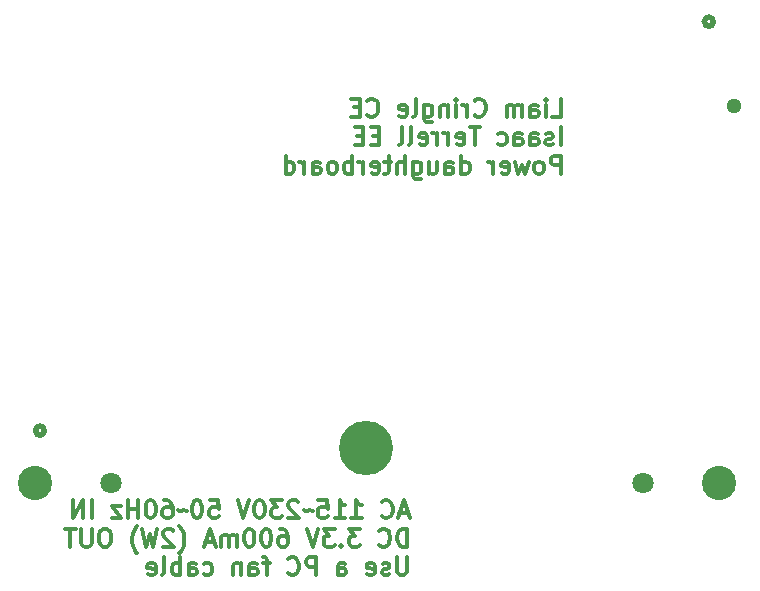
<source format=gbo>
G04 #@! TF.GenerationSoftware,KiCad,Pcbnew,8.0.5*
G04 #@! TF.CreationDate,2024-11-21T16:32:45-05:00*
G04 #@! TF.ProjectId,Power_Daughterboard,506f7765-725f-4446-9175-676874657262,rev?*
G04 #@! TF.SameCoordinates,Original*
G04 #@! TF.FileFunction,Legend,Bot*
G04 #@! TF.FilePolarity,Positive*
%FSLAX46Y46*%
G04 Gerber Fmt 4.6, Leading zero omitted, Abs format (unit mm)*
G04 Created by KiCad (PCBNEW 8.0.5) date 2024-11-21 16:32:45*
%MOMM*%
%LPD*%
G01*
G04 APERTURE LIST*
%ADD10C,0.300000*%
%ADD11C,0.508000*%
%ADD12C,1.295400*%
%ADD13C,2.895600*%
%ADD14C,1.803400*%
%ADD15C,4.600000*%
%ADD16C,1.400000*%
%ADD17R,1.800000X1.800000*%
%ADD18C,1.800000*%
%ADD19C,1.574800*%
%ADD20C,1.320800*%
%ADD21C,1.549400*%
%ADD22R,1.371600X1.371600*%
%ADD23C,1.371600*%
%ADD24R,1.500000X1.500000*%
%ADD25C,1.500000*%
G04 APERTURE END LIST*
D10*
X139016917Y-122042425D02*
X138302632Y-122042425D01*
X139159774Y-122470996D02*
X138659774Y-120970996D01*
X138659774Y-120970996D02*
X138159774Y-122470996D01*
X136802632Y-122328139D02*
X136874060Y-122399568D01*
X136874060Y-122399568D02*
X137088346Y-122470996D01*
X137088346Y-122470996D02*
X137231203Y-122470996D01*
X137231203Y-122470996D02*
X137445489Y-122399568D01*
X137445489Y-122399568D02*
X137588346Y-122256710D01*
X137588346Y-122256710D02*
X137659775Y-122113853D01*
X137659775Y-122113853D02*
X137731203Y-121828139D01*
X137731203Y-121828139D02*
X137731203Y-121613853D01*
X137731203Y-121613853D02*
X137659775Y-121328139D01*
X137659775Y-121328139D02*
X137588346Y-121185282D01*
X137588346Y-121185282D02*
X137445489Y-121042425D01*
X137445489Y-121042425D02*
X137231203Y-120970996D01*
X137231203Y-120970996D02*
X137088346Y-120970996D01*
X137088346Y-120970996D02*
X136874060Y-121042425D01*
X136874060Y-121042425D02*
X136802632Y-121113853D01*
X134231203Y-122470996D02*
X135088346Y-122470996D01*
X134659775Y-122470996D02*
X134659775Y-120970996D01*
X134659775Y-120970996D02*
X134802632Y-121185282D01*
X134802632Y-121185282D02*
X134945489Y-121328139D01*
X134945489Y-121328139D02*
X135088346Y-121399568D01*
X132802632Y-122470996D02*
X133659775Y-122470996D01*
X133231204Y-122470996D02*
X133231204Y-120970996D01*
X133231204Y-120970996D02*
X133374061Y-121185282D01*
X133374061Y-121185282D02*
X133516918Y-121328139D01*
X133516918Y-121328139D02*
X133659775Y-121399568D01*
X131445490Y-120970996D02*
X132159776Y-120970996D01*
X132159776Y-120970996D02*
X132231204Y-121685282D01*
X132231204Y-121685282D02*
X132159776Y-121613853D01*
X132159776Y-121613853D02*
X132016919Y-121542425D01*
X132016919Y-121542425D02*
X131659776Y-121542425D01*
X131659776Y-121542425D02*
X131516919Y-121613853D01*
X131516919Y-121613853D02*
X131445490Y-121685282D01*
X131445490Y-121685282D02*
X131374061Y-121828139D01*
X131374061Y-121828139D02*
X131374061Y-122185282D01*
X131374061Y-122185282D02*
X131445490Y-122328139D01*
X131445490Y-122328139D02*
X131516919Y-122399568D01*
X131516919Y-122399568D02*
X131659776Y-122470996D01*
X131659776Y-122470996D02*
X132016919Y-122470996D01*
X132016919Y-122470996D02*
X132159776Y-122399568D01*
X132159776Y-122399568D02*
X132231204Y-122328139D01*
X130945490Y-121899568D02*
X130874062Y-121828139D01*
X130874062Y-121828139D02*
X130731205Y-121756710D01*
X130731205Y-121756710D02*
X130445490Y-121899568D01*
X130445490Y-121899568D02*
X130302633Y-121828139D01*
X130302633Y-121828139D02*
X130231205Y-121756710D01*
X129731204Y-121113853D02*
X129659776Y-121042425D01*
X129659776Y-121042425D02*
X129516919Y-120970996D01*
X129516919Y-120970996D02*
X129159776Y-120970996D01*
X129159776Y-120970996D02*
X129016919Y-121042425D01*
X129016919Y-121042425D02*
X128945490Y-121113853D01*
X128945490Y-121113853D02*
X128874061Y-121256710D01*
X128874061Y-121256710D02*
X128874061Y-121399568D01*
X128874061Y-121399568D02*
X128945490Y-121613853D01*
X128945490Y-121613853D02*
X129802633Y-122470996D01*
X129802633Y-122470996D02*
X128874061Y-122470996D01*
X128374062Y-120970996D02*
X127445490Y-120970996D01*
X127445490Y-120970996D02*
X127945490Y-121542425D01*
X127945490Y-121542425D02*
X127731205Y-121542425D01*
X127731205Y-121542425D02*
X127588348Y-121613853D01*
X127588348Y-121613853D02*
X127516919Y-121685282D01*
X127516919Y-121685282D02*
X127445490Y-121828139D01*
X127445490Y-121828139D02*
X127445490Y-122185282D01*
X127445490Y-122185282D02*
X127516919Y-122328139D01*
X127516919Y-122328139D02*
X127588348Y-122399568D01*
X127588348Y-122399568D02*
X127731205Y-122470996D01*
X127731205Y-122470996D02*
X128159776Y-122470996D01*
X128159776Y-122470996D02*
X128302633Y-122399568D01*
X128302633Y-122399568D02*
X128374062Y-122328139D01*
X126516919Y-120970996D02*
X126374062Y-120970996D01*
X126374062Y-120970996D02*
X126231205Y-121042425D01*
X126231205Y-121042425D02*
X126159777Y-121113853D01*
X126159777Y-121113853D02*
X126088348Y-121256710D01*
X126088348Y-121256710D02*
X126016919Y-121542425D01*
X126016919Y-121542425D02*
X126016919Y-121899568D01*
X126016919Y-121899568D02*
X126088348Y-122185282D01*
X126088348Y-122185282D02*
X126159777Y-122328139D01*
X126159777Y-122328139D02*
X126231205Y-122399568D01*
X126231205Y-122399568D02*
X126374062Y-122470996D01*
X126374062Y-122470996D02*
X126516919Y-122470996D01*
X126516919Y-122470996D02*
X126659777Y-122399568D01*
X126659777Y-122399568D02*
X126731205Y-122328139D01*
X126731205Y-122328139D02*
X126802634Y-122185282D01*
X126802634Y-122185282D02*
X126874062Y-121899568D01*
X126874062Y-121899568D02*
X126874062Y-121542425D01*
X126874062Y-121542425D02*
X126802634Y-121256710D01*
X126802634Y-121256710D02*
X126731205Y-121113853D01*
X126731205Y-121113853D02*
X126659777Y-121042425D01*
X126659777Y-121042425D02*
X126516919Y-120970996D01*
X125588348Y-120970996D02*
X125088348Y-122470996D01*
X125088348Y-122470996D02*
X124588348Y-120970996D01*
X122231206Y-120970996D02*
X122945492Y-120970996D01*
X122945492Y-120970996D02*
X123016920Y-121685282D01*
X123016920Y-121685282D02*
X122945492Y-121613853D01*
X122945492Y-121613853D02*
X122802635Y-121542425D01*
X122802635Y-121542425D02*
X122445492Y-121542425D01*
X122445492Y-121542425D02*
X122302635Y-121613853D01*
X122302635Y-121613853D02*
X122231206Y-121685282D01*
X122231206Y-121685282D02*
X122159777Y-121828139D01*
X122159777Y-121828139D02*
X122159777Y-122185282D01*
X122159777Y-122185282D02*
X122231206Y-122328139D01*
X122231206Y-122328139D02*
X122302635Y-122399568D01*
X122302635Y-122399568D02*
X122445492Y-122470996D01*
X122445492Y-122470996D02*
X122802635Y-122470996D01*
X122802635Y-122470996D02*
X122945492Y-122399568D01*
X122945492Y-122399568D02*
X123016920Y-122328139D01*
X121231206Y-120970996D02*
X121088349Y-120970996D01*
X121088349Y-120970996D02*
X120945492Y-121042425D01*
X120945492Y-121042425D02*
X120874064Y-121113853D01*
X120874064Y-121113853D02*
X120802635Y-121256710D01*
X120802635Y-121256710D02*
X120731206Y-121542425D01*
X120731206Y-121542425D02*
X120731206Y-121899568D01*
X120731206Y-121899568D02*
X120802635Y-122185282D01*
X120802635Y-122185282D02*
X120874064Y-122328139D01*
X120874064Y-122328139D02*
X120945492Y-122399568D01*
X120945492Y-122399568D02*
X121088349Y-122470996D01*
X121088349Y-122470996D02*
X121231206Y-122470996D01*
X121231206Y-122470996D02*
X121374064Y-122399568D01*
X121374064Y-122399568D02*
X121445492Y-122328139D01*
X121445492Y-122328139D02*
X121516921Y-122185282D01*
X121516921Y-122185282D02*
X121588349Y-121899568D01*
X121588349Y-121899568D02*
X121588349Y-121542425D01*
X121588349Y-121542425D02*
X121516921Y-121256710D01*
X121516921Y-121256710D02*
X121445492Y-121113853D01*
X121445492Y-121113853D02*
X121374064Y-121042425D01*
X121374064Y-121042425D02*
X121231206Y-120970996D01*
X120302635Y-121899568D02*
X120231207Y-121828139D01*
X120231207Y-121828139D02*
X120088350Y-121756710D01*
X120088350Y-121756710D02*
X119802635Y-121899568D01*
X119802635Y-121899568D02*
X119659778Y-121828139D01*
X119659778Y-121828139D02*
X119588350Y-121756710D01*
X118374064Y-120970996D02*
X118659778Y-120970996D01*
X118659778Y-120970996D02*
X118802635Y-121042425D01*
X118802635Y-121042425D02*
X118874064Y-121113853D01*
X118874064Y-121113853D02*
X119016921Y-121328139D01*
X119016921Y-121328139D02*
X119088349Y-121613853D01*
X119088349Y-121613853D02*
X119088349Y-122185282D01*
X119088349Y-122185282D02*
X119016921Y-122328139D01*
X119016921Y-122328139D02*
X118945492Y-122399568D01*
X118945492Y-122399568D02*
X118802635Y-122470996D01*
X118802635Y-122470996D02*
X118516921Y-122470996D01*
X118516921Y-122470996D02*
X118374064Y-122399568D01*
X118374064Y-122399568D02*
X118302635Y-122328139D01*
X118302635Y-122328139D02*
X118231206Y-122185282D01*
X118231206Y-122185282D02*
X118231206Y-121828139D01*
X118231206Y-121828139D02*
X118302635Y-121685282D01*
X118302635Y-121685282D02*
X118374064Y-121613853D01*
X118374064Y-121613853D02*
X118516921Y-121542425D01*
X118516921Y-121542425D02*
X118802635Y-121542425D01*
X118802635Y-121542425D02*
X118945492Y-121613853D01*
X118945492Y-121613853D02*
X119016921Y-121685282D01*
X119016921Y-121685282D02*
X119088349Y-121828139D01*
X117302635Y-120970996D02*
X117159778Y-120970996D01*
X117159778Y-120970996D02*
X117016921Y-121042425D01*
X117016921Y-121042425D02*
X116945493Y-121113853D01*
X116945493Y-121113853D02*
X116874064Y-121256710D01*
X116874064Y-121256710D02*
X116802635Y-121542425D01*
X116802635Y-121542425D02*
X116802635Y-121899568D01*
X116802635Y-121899568D02*
X116874064Y-122185282D01*
X116874064Y-122185282D02*
X116945493Y-122328139D01*
X116945493Y-122328139D02*
X117016921Y-122399568D01*
X117016921Y-122399568D02*
X117159778Y-122470996D01*
X117159778Y-122470996D02*
X117302635Y-122470996D01*
X117302635Y-122470996D02*
X117445493Y-122399568D01*
X117445493Y-122399568D02*
X117516921Y-122328139D01*
X117516921Y-122328139D02*
X117588350Y-122185282D01*
X117588350Y-122185282D02*
X117659778Y-121899568D01*
X117659778Y-121899568D02*
X117659778Y-121542425D01*
X117659778Y-121542425D02*
X117588350Y-121256710D01*
X117588350Y-121256710D02*
X117516921Y-121113853D01*
X117516921Y-121113853D02*
X117445493Y-121042425D01*
X117445493Y-121042425D02*
X117302635Y-120970996D01*
X116159779Y-122470996D02*
X116159779Y-120970996D01*
X116159779Y-121685282D02*
X115302636Y-121685282D01*
X115302636Y-122470996D02*
X115302636Y-120970996D01*
X114731207Y-121470996D02*
X113945493Y-121470996D01*
X113945493Y-121470996D02*
X114731207Y-122470996D01*
X114731207Y-122470996D02*
X113945493Y-122470996D01*
X112231207Y-122470996D02*
X112231207Y-120970996D01*
X111516921Y-122470996D02*
X111516921Y-120970996D01*
X111516921Y-120970996D02*
X110659778Y-122470996D01*
X110659778Y-122470996D02*
X110659778Y-120970996D01*
X138945489Y-124885912D02*
X138945489Y-123385912D01*
X138945489Y-123385912D02*
X138588346Y-123385912D01*
X138588346Y-123385912D02*
X138374060Y-123457341D01*
X138374060Y-123457341D02*
X138231203Y-123600198D01*
X138231203Y-123600198D02*
X138159774Y-123743055D01*
X138159774Y-123743055D02*
X138088346Y-124028769D01*
X138088346Y-124028769D02*
X138088346Y-124243055D01*
X138088346Y-124243055D02*
X138159774Y-124528769D01*
X138159774Y-124528769D02*
X138231203Y-124671626D01*
X138231203Y-124671626D02*
X138374060Y-124814484D01*
X138374060Y-124814484D02*
X138588346Y-124885912D01*
X138588346Y-124885912D02*
X138945489Y-124885912D01*
X136588346Y-124743055D02*
X136659774Y-124814484D01*
X136659774Y-124814484D02*
X136874060Y-124885912D01*
X136874060Y-124885912D02*
X137016917Y-124885912D01*
X137016917Y-124885912D02*
X137231203Y-124814484D01*
X137231203Y-124814484D02*
X137374060Y-124671626D01*
X137374060Y-124671626D02*
X137445489Y-124528769D01*
X137445489Y-124528769D02*
X137516917Y-124243055D01*
X137516917Y-124243055D02*
X137516917Y-124028769D01*
X137516917Y-124028769D02*
X137445489Y-123743055D01*
X137445489Y-123743055D02*
X137374060Y-123600198D01*
X137374060Y-123600198D02*
X137231203Y-123457341D01*
X137231203Y-123457341D02*
X137016917Y-123385912D01*
X137016917Y-123385912D02*
X136874060Y-123385912D01*
X136874060Y-123385912D02*
X136659774Y-123457341D01*
X136659774Y-123457341D02*
X136588346Y-123528769D01*
X134945489Y-123385912D02*
X134016917Y-123385912D01*
X134016917Y-123385912D02*
X134516917Y-123957341D01*
X134516917Y-123957341D02*
X134302632Y-123957341D01*
X134302632Y-123957341D02*
X134159775Y-124028769D01*
X134159775Y-124028769D02*
X134088346Y-124100198D01*
X134088346Y-124100198D02*
X134016917Y-124243055D01*
X134016917Y-124243055D02*
X134016917Y-124600198D01*
X134016917Y-124600198D02*
X134088346Y-124743055D01*
X134088346Y-124743055D02*
X134159775Y-124814484D01*
X134159775Y-124814484D02*
X134302632Y-124885912D01*
X134302632Y-124885912D02*
X134731203Y-124885912D01*
X134731203Y-124885912D02*
X134874060Y-124814484D01*
X134874060Y-124814484D02*
X134945489Y-124743055D01*
X133374061Y-124743055D02*
X133302632Y-124814484D01*
X133302632Y-124814484D02*
X133374061Y-124885912D01*
X133374061Y-124885912D02*
X133445489Y-124814484D01*
X133445489Y-124814484D02*
X133374061Y-124743055D01*
X133374061Y-124743055D02*
X133374061Y-124885912D01*
X132802632Y-123385912D02*
X131874060Y-123385912D01*
X131874060Y-123385912D02*
X132374060Y-123957341D01*
X132374060Y-123957341D02*
X132159775Y-123957341D01*
X132159775Y-123957341D02*
X132016918Y-124028769D01*
X132016918Y-124028769D02*
X131945489Y-124100198D01*
X131945489Y-124100198D02*
X131874060Y-124243055D01*
X131874060Y-124243055D02*
X131874060Y-124600198D01*
X131874060Y-124600198D02*
X131945489Y-124743055D01*
X131945489Y-124743055D02*
X132016918Y-124814484D01*
X132016918Y-124814484D02*
X132159775Y-124885912D01*
X132159775Y-124885912D02*
X132588346Y-124885912D01*
X132588346Y-124885912D02*
X132731203Y-124814484D01*
X132731203Y-124814484D02*
X132802632Y-124743055D01*
X131445489Y-123385912D02*
X130945489Y-124885912D01*
X130945489Y-124885912D02*
X130445489Y-123385912D01*
X128159776Y-123385912D02*
X128445490Y-123385912D01*
X128445490Y-123385912D02*
X128588347Y-123457341D01*
X128588347Y-123457341D02*
X128659776Y-123528769D01*
X128659776Y-123528769D02*
X128802633Y-123743055D01*
X128802633Y-123743055D02*
X128874061Y-124028769D01*
X128874061Y-124028769D02*
X128874061Y-124600198D01*
X128874061Y-124600198D02*
X128802633Y-124743055D01*
X128802633Y-124743055D02*
X128731204Y-124814484D01*
X128731204Y-124814484D02*
X128588347Y-124885912D01*
X128588347Y-124885912D02*
X128302633Y-124885912D01*
X128302633Y-124885912D02*
X128159776Y-124814484D01*
X128159776Y-124814484D02*
X128088347Y-124743055D01*
X128088347Y-124743055D02*
X128016918Y-124600198D01*
X128016918Y-124600198D02*
X128016918Y-124243055D01*
X128016918Y-124243055D02*
X128088347Y-124100198D01*
X128088347Y-124100198D02*
X128159776Y-124028769D01*
X128159776Y-124028769D02*
X128302633Y-123957341D01*
X128302633Y-123957341D02*
X128588347Y-123957341D01*
X128588347Y-123957341D02*
X128731204Y-124028769D01*
X128731204Y-124028769D02*
X128802633Y-124100198D01*
X128802633Y-124100198D02*
X128874061Y-124243055D01*
X127088347Y-123385912D02*
X126945490Y-123385912D01*
X126945490Y-123385912D02*
X126802633Y-123457341D01*
X126802633Y-123457341D02*
X126731205Y-123528769D01*
X126731205Y-123528769D02*
X126659776Y-123671626D01*
X126659776Y-123671626D02*
X126588347Y-123957341D01*
X126588347Y-123957341D02*
X126588347Y-124314484D01*
X126588347Y-124314484D02*
X126659776Y-124600198D01*
X126659776Y-124600198D02*
X126731205Y-124743055D01*
X126731205Y-124743055D02*
X126802633Y-124814484D01*
X126802633Y-124814484D02*
X126945490Y-124885912D01*
X126945490Y-124885912D02*
X127088347Y-124885912D01*
X127088347Y-124885912D02*
X127231205Y-124814484D01*
X127231205Y-124814484D02*
X127302633Y-124743055D01*
X127302633Y-124743055D02*
X127374062Y-124600198D01*
X127374062Y-124600198D02*
X127445490Y-124314484D01*
X127445490Y-124314484D02*
X127445490Y-123957341D01*
X127445490Y-123957341D02*
X127374062Y-123671626D01*
X127374062Y-123671626D02*
X127302633Y-123528769D01*
X127302633Y-123528769D02*
X127231205Y-123457341D01*
X127231205Y-123457341D02*
X127088347Y-123385912D01*
X125659776Y-123385912D02*
X125516919Y-123385912D01*
X125516919Y-123385912D02*
X125374062Y-123457341D01*
X125374062Y-123457341D02*
X125302634Y-123528769D01*
X125302634Y-123528769D02*
X125231205Y-123671626D01*
X125231205Y-123671626D02*
X125159776Y-123957341D01*
X125159776Y-123957341D02*
X125159776Y-124314484D01*
X125159776Y-124314484D02*
X125231205Y-124600198D01*
X125231205Y-124600198D02*
X125302634Y-124743055D01*
X125302634Y-124743055D02*
X125374062Y-124814484D01*
X125374062Y-124814484D02*
X125516919Y-124885912D01*
X125516919Y-124885912D02*
X125659776Y-124885912D01*
X125659776Y-124885912D02*
X125802634Y-124814484D01*
X125802634Y-124814484D02*
X125874062Y-124743055D01*
X125874062Y-124743055D02*
X125945491Y-124600198D01*
X125945491Y-124600198D02*
X126016919Y-124314484D01*
X126016919Y-124314484D02*
X126016919Y-123957341D01*
X126016919Y-123957341D02*
X125945491Y-123671626D01*
X125945491Y-123671626D02*
X125874062Y-123528769D01*
X125874062Y-123528769D02*
X125802634Y-123457341D01*
X125802634Y-123457341D02*
X125659776Y-123385912D01*
X124516920Y-124885912D02*
X124516920Y-123885912D01*
X124516920Y-124028769D02*
X124445491Y-123957341D01*
X124445491Y-123957341D02*
X124302634Y-123885912D01*
X124302634Y-123885912D02*
X124088348Y-123885912D01*
X124088348Y-123885912D02*
X123945491Y-123957341D01*
X123945491Y-123957341D02*
X123874063Y-124100198D01*
X123874063Y-124100198D02*
X123874063Y-124885912D01*
X123874063Y-124100198D02*
X123802634Y-123957341D01*
X123802634Y-123957341D02*
X123659777Y-123885912D01*
X123659777Y-123885912D02*
X123445491Y-123885912D01*
X123445491Y-123885912D02*
X123302634Y-123957341D01*
X123302634Y-123957341D02*
X123231205Y-124100198D01*
X123231205Y-124100198D02*
X123231205Y-124885912D01*
X122588348Y-124457341D02*
X121874063Y-124457341D01*
X122731205Y-124885912D02*
X122231205Y-123385912D01*
X122231205Y-123385912D02*
X121731205Y-124885912D01*
X119659777Y-125457341D02*
X119731206Y-125385912D01*
X119731206Y-125385912D02*
X119874063Y-125171626D01*
X119874063Y-125171626D02*
X119945492Y-125028769D01*
X119945492Y-125028769D02*
X120016920Y-124814484D01*
X120016920Y-124814484D02*
X120088349Y-124457341D01*
X120088349Y-124457341D02*
X120088349Y-124171626D01*
X120088349Y-124171626D02*
X120016920Y-123814484D01*
X120016920Y-123814484D02*
X119945492Y-123600198D01*
X119945492Y-123600198D02*
X119874063Y-123457341D01*
X119874063Y-123457341D02*
X119731206Y-123243055D01*
X119731206Y-123243055D02*
X119659777Y-123171626D01*
X119159777Y-123528769D02*
X119088349Y-123457341D01*
X119088349Y-123457341D02*
X118945492Y-123385912D01*
X118945492Y-123385912D02*
X118588349Y-123385912D01*
X118588349Y-123385912D02*
X118445492Y-123457341D01*
X118445492Y-123457341D02*
X118374063Y-123528769D01*
X118374063Y-123528769D02*
X118302634Y-123671626D01*
X118302634Y-123671626D02*
X118302634Y-123814484D01*
X118302634Y-123814484D02*
X118374063Y-124028769D01*
X118374063Y-124028769D02*
X119231206Y-124885912D01*
X119231206Y-124885912D02*
X118302634Y-124885912D01*
X117802635Y-123385912D02*
X117445492Y-124885912D01*
X117445492Y-124885912D02*
X117159778Y-123814484D01*
X117159778Y-123814484D02*
X116874063Y-124885912D01*
X116874063Y-124885912D02*
X116516921Y-123385912D01*
X116088349Y-125457341D02*
X116016920Y-125385912D01*
X116016920Y-125385912D02*
X115874063Y-125171626D01*
X115874063Y-125171626D02*
X115802635Y-125028769D01*
X115802635Y-125028769D02*
X115731206Y-124814484D01*
X115731206Y-124814484D02*
X115659777Y-124457341D01*
X115659777Y-124457341D02*
X115659777Y-124171626D01*
X115659777Y-124171626D02*
X115731206Y-123814484D01*
X115731206Y-123814484D02*
X115802635Y-123600198D01*
X115802635Y-123600198D02*
X115874063Y-123457341D01*
X115874063Y-123457341D02*
X116016920Y-123243055D01*
X116016920Y-123243055D02*
X116088349Y-123171626D01*
X113516920Y-123385912D02*
X113231206Y-123385912D01*
X113231206Y-123385912D02*
X113088349Y-123457341D01*
X113088349Y-123457341D02*
X112945492Y-123600198D01*
X112945492Y-123600198D02*
X112874063Y-123885912D01*
X112874063Y-123885912D02*
X112874063Y-124385912D01*
X112874063Y-124385912D02*
X112945492Y-124671626D01*
X112945492Y-124671626D02*
X113088349Y-124814484D01*
X113088349Y-124814484D02*
X113231206Y-124885912D01*
X113231206Y-124885912D02*
X113516920Y-124885912D01*
X113516920Y-124885912D02*
X113659778Y-124814484D01*
X113659778Y-124814484D02*
X113802635Y-124671626D01*
X113802635Y-124671626D02*
X113874063Y-124385912D01*
X113874063Y-124385912D02*
X113874063Y-123885912D01*
X113874063Y-123885912D02*
X113802635Y-123600198D01*
X113802635Y-123600198D02*
X113659778Y-123457341D01*
X113659778Y-123457341D02*
X113516920Y-123385912D01*
X112231206Y-123385912D02*
X112231206Y-124600198D01*
X112231206Y-124600198D02*
X112159777Y-124743055D01*
X112159777Y-124743055D02*
X112088349Y-124814484D01*
X112088349Y-124814484D02*
X111945491Y-124885912D01*
X111945491Y-124885912D02*
X111659777Y-124885912D01*
X111659777Y-124885912D02*
X111516920Y-124814484D01*
X111516920Y-124814484D02*
X111445491Y-124743055D01*
X111445491Y-124743055D02*
X111374063Y-124600198D01*
X111374063Y-124600198D02*
X111374063Y-123385912D01*
X110874062Y-123385912D02*
X110016920Y-123385912D01*
X110445491Y-124885912D02*
X110445491Y-123385912D01*
X138945489Y-125800828D02*
X138945489Y-127015114D01*
X138945489Y-127015114D02*
X138874060Y-127157971D01*
X138874060Y-127157971D02*
X138802632Y-127229400D01*
X138802632Y-127229400D02*
X138659774Y-127300828D01*
X138659774Y-127300828D02*
X138374060Y-127300828D01*
X138374060Y-127300828D02*
X138231203Y-127229400D01*
X138231203Y-127229400D02*
X138159774Y-127157971D01*
X138159774Y-127157971D02*
X138088346Y-127015114D01*
X138088346Y-127015114D02*
X138088346Y-125800828D01*
X137445488Y-127229400D02*
X137302631Y-127300828D01*
X137302631Y-127300828D02*
X137016917Y-127300828D01*
X137016917Y-127300828D02*
X136874060Y-127229400D01*
X136874060Y-127229400D02*
X136802631Y-127086542D01*
X136802631Y-127086542D02*
X136802631Y-127015114D01*
X136802631Y-127015114D02*
X136874060Y-126872257D01*
X136874060Y-126872257D02*
X137016917Y-126800828D01*
X137016917Y-126800828D02*
X137231203Y-126800828D01*
X137231203Y-126800828D02*
X137374060Y-126729400D01*
X137374060Y-126729400D02*
X137445488Y-126586542D01*
X137445488Y-126586542D02*
X137445488Y-126515114D01*
X137445488Y-126515114D02*
X137374060Y-126372257D01*
X137374060Y-126372257D02*
X137231203Y-126300828D01*
X137231203Y-126300828D02*
X137016917Y-126300828D01*
X137016917Y-126300828D02*
X136874060Y-126372257D01*
X135588345Y-127229400D02*
X135731202Y-127300828D01*
X135731202Y-127300828D02*
X136016917Y-127300828D01*
X136016917Y-127300828D02*
X136159774Y-127229400D01*
X136159774Y-127229400D02*
X136231202Y-127086542D01*
X136231202Y-127086542D02*
X136231202Y-126515114D01*
X136231202Y-126515114D02*
X136159774Y-126372257D01*
X136159774Y-126372257D02*
X136016917Y-126300828D01*
X136016917Y-126300828D02*
X135731202Y-126300828D01*
X135731202Y-126300828D02*
X135588345Y-126372257D01*
X135588345Y-126372257D02*
X135516917Y-126515114D01*
X135516917Y-126515114D02*
X135516917Y-126657971D01*
X135516917Y-126657971D02*
X136231202Y-126800828D01*
X133088346Y-127300828D02*
X133088346Y-126515114D01*
X133088346Y-126515114D02*
X133159774Y-126372257D01*
X133159774Y-126372257D02*
X133302631Y-126300828D01*
X133302631Y-126300828D02*
X133588346Y-126300828D01*
X133588346Y-126300828D02*
X133731203Y-126372257D01*
X133088346Y-127229400D02*
X133231203Y-127300828D01*
X133231203Y-127300828D02*
X133588346Y-127300828D01*
X133588346Y-127300828D02*
X133731203Y-127229400D01*
X133731203Y-127229400D02*
X133802631Y-127086542D01*
X133802631Y-127086542D02*
X133802631Y-126943685D01*
X133802631Y-126943685D02*
X133731203Y-126800828D01*
X133731203Y-126800828D02*
X133588346Y-126729400D01*
X133588346Y-126729400D02*
X133231203Y-126729400D01*
X133231203Y-126729400D02*
X133088346Y-126657971D01*
X131231203Y-127300828D02*
X131231203Y-125800828D01*
X131231203Y-125800828D02*
X130659774Y-125800828D01*
X130659774Y-125800828D02*
X130516917Y-125872257D01*
X130516917Y-125872257D02*
X130445488Y-125943685D01*
X130445488Y-125943685D02*
X130374060Y-126086542D01*
X130374060Y-126086542D02*
X130374060Y-126300828D01*
X130374060Y-126300828D02*
X130445488Y-126443685D01*
X130445488Y-126443685D02*
X130516917Y-126515114D01*
X130516917Y-126515114D02*
X130659774Y-126586542D01*
X130659774Y-126586542D02*
X131231203Y-126586542D01*
X128874060Y-127157971D02*
X128945488Y-127229400D01*
X128945488Y-127229400D02*
X129159774Y-127300828D01*
X129159774Y-127300828D02*
X129302631Y-127300828D01*
X129302631Y-127300828D02*
X129516917Y-127229400D01*
X129516917Y-127229400D02*
X129659774Y-127086542D01*
X129659774Y-127086542D02*
X129731203Y-126943685D01*
X129731203Y-126943685D02*
X129802631Y-126657971D01*
X129802631Y-126657971D02*
X129802631Y-126443685D01*
X129802631Y-126443685D02*
X129731203Y-126157971D01*
X129731203Y-126157971D02*
X129659774Y-126015114D01*
X129659774Y-126015114D02*
X129516917Y-125872257D01*
X129516917Y-125872257D02*
X129302631Y-125800828D01*
X129302631Y-125800828D02*
X129159774Y-125800828D01*
X129159774Y-125800828D02*
X128945488Y-125872257D01*
X128945488Y-125872257D02*
X128874060Y-125943685D01*
X127302631Y-126300828D02*
X126731203Y-126300828D01*
X127088346Y-127300828D02*
X127088346Y-126015114D01*
X127088346Y-126015114D02*
X127016917Y-125872257D01*
X127016917Y-125872257D02*
X126874060Y-125800828D01*
X126874060Y-125800828D02*
X126731203Y-125800828D01*
X125588346Y-127300828D02*
X125588346Y-126515114D01*
X125588346Y-126515114D02*
X125659774Y-126372257D01*
X125659774Y-126372257D02*
X125802631Y-126300828D01*
X125802631Y-126300828D02*
X126088346Y-126300828D01*
X126088346Y-126300828D02*
X126231203Y-126372257D01*
X125588346Y-127229400D02*
X125731203Y-127300828D01*
X125731203Y-127300828D02*
X126088346Y-127300828D01*
X126088346Y-127300828D02*
X126231203Y-127229400D01*
X126231203Y-127229400D02*
X126302631Y-127086542D01*
X126302631Y-127086542D02*
X126302631Y-126943685D01*
X126302631Y-126943685D02*
X126231203Y-126800828D01*
X126231203Y-126800828D02*
X126088346Y-126729400D01*
X126088346Y-126729400D02*
X125731203Y-126729400D01*
X125731203Y-126729400D02*
X125588346Y-126657971D01*
X124874060Y-126300828D02*
X124874060Y-127300828D01*
X124874060Y-126443685D02*
X124802631Y-126372257D01*
X124802631Y-126372257D02*
X124659774Y-126300828D01*
X124659774Y-126300828D02*
X124445488Y-126300828D01*
X124445488Y-126300828D02*
X124302631Y-126372257D01*
X124302631Y-126372257D02*
X124231203Y-126515114D01*
X124231203Y-126515114D02*
X124231203Y-127300828D01*
X121731203Y-127229400D02*
X121874060Y-127300828D01*
X121874060Y-127300828D02*
X122159774Y-127300828D01*
X122159774Y-127300828D02*
X122302631Y-127229400D01*
X122302631Y-127229400D02*
X122374060Y-127157971D01*
X122374060Y-127157971D02*
X122445488Y-127015114D01*
X122445488Y-127015114D02*
X122445488Y-126586542D01*
X122445488Y-126586542D02*
X122374060Y-126443685D01*
X122374060Y-126443685D02*
X122302631Y-126372257D01*
X122302631Y-126372257D02*
X122159774Y-126300828D01*
X122159774Y-126300828D02*
X121874060Y-126300828D01*
X121874060Y-126300828D02*
X121731203Y-126372257D01*
X120445489Y-127300828D02*
X120445489Y-126515114D01*
X120445489Y-126515114D02*
X120516917Y-126372257D01*
X120516917Y-126372257D02*
X120659774Y-126300828D01*
X120659774Y-126300828D02*
X120945489Y-126300828D01*
X120945489Y-126300828D02*
X121088346Y-126372257D01*
X120445489Y-127229400D02*
X120588346Y-127300828D01*
X120588346Y-127300828D02*
X120945489Y-127300828D01*
X120945489Y-127300828D02*
X121088346Y-127229400D01*
X121088346Y-127229400D02*
X121159774Y-127086542D01*
X121159774Y-127086542D02*
X121159774Y-126943685D01*
X121159774Y-126943685D02*
X121088346Y-126800828D01*
X121088346Y-126800828D02*
X120945489Y-126729400D01*
X120945489Y-126729400D02*
X120588346Y-126729400D01*
X120588346Y-126729400D02*
X120445489Y-126657971D01*
X119731203Y-127300828D02*
X119731203Y-125800828D01*
X119731203Y-126372257D02*
X119588346Y-126300828D01*
X119588346Y-126300828D02*
X119302631Y-126300828D01*
X119302631Y-126300828D02*
X119159774Y-126372257D01*
X119159774Y-126372257D02*
X119088346Y-126443685D01*
X119088346Y-126443685D02*
X119016917Y-126586542D01*
X119016917Y-126586542D02*
X119016917Y-127015114D01*
X119016917Y-127015114D02*
X119088346Y-127157971D01*
X119088346Y-127157971D02*
X119159774Y-127229400D01*
X119159774Y-127229400D02*
X119302631Y-127300828D01*
X119302631Y-127300828D02*
X119588346Y-127300828D01*
X119588346Y-127300828D02*
X119731203Y-127229400D01*
X118159774Y-127300828D02*
X118302631Y-127229400D01*
X118302631Y-127229400D02*
X118374060Y-127086542D01*
X118374060Y-127086542D02*
X118374060Y-125800828D01*
X117016917Y-127229400D02*
X117159774Y-127300828D01*
X117159774Y-127300828D02*
X117445489Y-127300828D01*
X117445489Y-127300828D02*
X117588346Y-127229400D01*
X117588346Y-127229400D02*
X117659774Y-127086542D01*
X117659774Y-127086542D02*
X117659774Y-126515114D01*
X117659774Y-126515114D02*
X117588346Y-126372257D01*
X117588346Y-126372257D02*
X117445489Y-126300828D01*
X117445489Y-126300828D02*
X117159774Y-126300828D01*
X117159774Y-126300828D02*
X117016917Y-126372257D01*
X117016917Y-126372257D02*
X116945489Y-126515114D01*
X116945489Y-126515114D02*
X116945489Y-126657971D01*
X116945489Y-126657971D02*
X117659774Y-126800828D01*
X151231203Y-88470996D02*
X151945489Y-88470996D01*
X151945489Y-88470996D02*
X151945489Y-86970996D01*
X150731203Y-88470996D02*
X150731203Y-87470996D01*
X150731203Y-86970996D02*
X150802631Y-87042425D01*
X150802631Y-87042425D02*
X150731203Y-87113853D01*
X150731203Y-87113853D02*
X150659774Y-87042425D01*
X150659774Y-87042425D02*
X150731203Y-86970996D01*
X150731203Y-86970996D02*
X150731203Y-87113853D01*
X149374060Y-88470996D02*
X149374060Y-87685282D01*
X149374060Y-87685282D02*
X149445488Y-87542425D01*
X149445488Y-87542425D02*
X149588345Y-87470996D01*
X149588345Y-87470996D02*
X149874060Y-87470996D01*
X149874060Y-87470996D02*
X150016917Y-87542425D01*
X149374060Y-88399568D02*
X149516917Y-88470996D01*
X149516917Y-88470996D02*
X149874060Y-88470996D01*
X149874060Y-88470996D02*
X150016917Y-88399568D01*
X150016917Y-88399568D02*
X150088345Y-88256710D01*
X150088345Y-88256710D02*
X150088345Y-88113853D01*
X150088345Y-88113853D02*
X150016917Y-87970996D01*
X150016917Y-87970996D02*
X149874060Y-87899568D01*
X149874060Y-87899568D02*
X149516917Y-87899568D01*
X149516917Y-87899568D02*
X149374060Y-87828139D01*
X148659774Y-88470996D02*
X148659774Y-87470996D01*
X148659774Y-87613853D02*
X148588345Y-87542425D01*
X148588345Y-87542425D02*
X148445488Y-87470996D01*
X148445488Y-87470996D02*
X148231202Y-87470996D01*
X148231202Y-87470996D02*
X148088345Y-87542425D01*
X148088345Y-87542425D02*
X148016917Y-87685282D01*
X148016917Y-87685282D02*
X148016917Y-88470996D01*
X148016917Y-87685282D02*
X147945488Y-87542425D01*
X147945488Y-87542425D02*
X147802631Y-87470996D01*
X147802631Y-87470996D02*
X147588345Y-87470996D01*
X147588345Y-87470996D02*
X147445488Y-87542425D01*
X147445488Y-87542425D02*
X147374059Y-87685282D01*
X147374059Y-87685282D02*
X147374059Y-88470996D01*
X144659774Y-88328139D02*
X144731202Y-88399568D01*
X144731202Y-88399568D02*
X144945488Y-88470996D01*
X144945488Y-88470996D02*
X145088345Y-88470996D01*
X145088345Y-88470996D02*
X145302631Y-88399568D01*
X145302631Y-88399568D02*
X145445488Y-88256710D01*
X145445488Y-88256710D02*
X145516917Y-88113853D01*
X145516917Y-88113853D02*
X145588345Y-87828139D01*
X145588345Y-87828139D02*
X145588345Y-87613853D01*
X145588345Y-87613853D02*
X145516917Y-87328139D01*
X145516917Y-87328139D02*
X145445488Y-87185282D01*
X145445488Y-87185282D02*
X145302631Y-87042425D01*
X145302631Y-87042425D02*
X145088345Y-86970996D01*
X145088345Y-86970996D02*
X144945488Y-86970996D01*
X144945488Y-86970996D02*
X144731202Y-87042425D01*
X144731202Y-87042425D02*
X144659774Y-87113853D01*
X144016917Y-88470996D02*
X144016917Y-87470996D01*
X144016917Y-87756710D02*
X143945488Y-87613853D01*
X143945488Y-87613853D02*
X143874060Y-87542425D01*
X143874060Y-87542425D02*
X143731202Y-87470996D01*
X143731202Y-87470996D02*
X143588345Y-87470996D01*
X143088346Y-88470996D02*
X143088346Y-87470996D01*
X143088346Y-86970996D02*
X143159774Y-87042425D01*
X143159774Y-87042425D02*
X143088346Y-87113853D01*
X143088346Y-87113853D02*
X143016917Y-87042425D01*
X143016917Y-87042425D02*
X143088346Y-86970996D01*
X143088346Y-86970996D02*
X143088346Y-87113853D01*
X142374060Y-87470996D02*
X142374060Y-88470996D01*
X142374060Y-87613853D02*
X142302631Y-87542425D01*
X142302631Y-87542425D02*
X142159774Y-87470996D01*
X142159774Y-87470996D02*
X141945488Y-87470996D01*
X141945488Y-87470996D02*
X141802631Y-87542425D01*
X141802631Y-87542425D02*
X141731203Y-87685282D01*
X141731203Y-87685282D02*
X141731203Y-88470996D01*
X140374060Y-87470996D02*
X140374060Y-88685282D01*
X140374060Y-88685282D02*
X140445488Y-88828139D01*
X140445488Y-88828139D02*
X140516917Y-88899568D01*
X140516917Y-88899568D02*
X140659774Y-88970996D01*
X140659774Y-88970996D02*
X140874060Y-88970996D01*
X140874060Y-88970996D02*
X141016917Y-88899568D01*
X140374060Y-88399568D02*
X140516917Y-88470996D01*
X140516917Y-88470996D02*
X140802631Y-88470996D01*
X140802631Y-88470996D02*
X140945488Y-88399568D01*
X140945488Y-88399568D02*
X141016917Y-88328139D01*
X141016917Y-88328139D02*
X141088345Y-88185282D01*
X141088345Y-88185282D02*
X141088345Y-87756710D01*
X141088345Y-87756710D02*
X141016917Y-87613853D01*
X141016917Y-87613853D02*
X140945488Y-87542425D01*
X140945488Y-87542425D02*
X140802631Y-87470996D01*
X140802631Y-87470996D02*
X140516917Y-87470996D01*
X140516917Y-87470996D02*
X140374060Y-87542425D01*
X139445488Y-88470996D02*
X139588345Y-88399568D01*
X139588345Y-88399568D02*
X139659774Y-88256710D01*
X139659774Y-88256710D02*
X139659774Y-86970996D01*
X138302631Y-88399568D02*
X138445488Y-88470996D01*
X138445488Y-88470996D02*
X138731203Y-88470996D01*
X138731203Y-88470996D02*
X138874060Y-88399568D01*
X138874060Y-88399568D02*
X138945488Y-88256710D01*
X138945488Y-88256710D02*
X138945488Y-87685282D01*
X138945488Y-87685282D02*
X138874060Y-87542425D01*
X138874060Y-87542425D02*
X138731203Y-87470996D01*
X138731203Y-87470996D02*
X138445488Y-87470996D01*
X138445488Y-87470996D02*
X138302631Y-87542425D01*
X138302631Y-87542425D02*
X138231203Y-87685282D01*
X138231203Y-87685282D02*
X138231203Y-87828139D01*
X138231203Y-87828139D02*
X138945488Y-87970996D01*
X135588346Y-88328139D02*
X135659774Y-88399568D01*
X135659774Y-88399568D02*
X135874060Y-88470996D01*
X135874060Y-88470996D02*
X136016917Y-88470996D01*
X136016917Y-88470996D02*
X136231203Y-88399568D01*
X136231203Y-88399568D02*
X136374060Y-88256710D01*
X136374060Y-88256710D02*
X136445489Y-88113853D01*
X136445489Y-88113853D02*
X136516917Y-87828139D01*
X136516917Y-87828139D02*
X136516917Y-87613853D01*
X136516917Y-87613853D02*
X136445489Y-87328139D01*
X136445489Y-87328139D02*
X136374060Y-87185282D01*
X136374060Y-87185282D02*
X136231203Y-87042425D01*
X136231203Y-87042425D02*
X136016917Y-86970996D01*
X136016917Y-86970996D02*
X135874060Y-86970996D01*
X135874060Y-86970996D02*
X135659774Y-87042425D01*
X135659774Y-87042425D02*
X135588346Y-87113853D01*
X134945489Y-87685282D02*
X134445489Y-87685282D01*
X134231203Y-88470996D02*
X134945489Y-88470996D01*
X134945489Y-88470996D02*
X134945489Y-86970996D01*
X134945489Y-86970996D02*
X134231203Y-86970996D01*
X151945489Y-90885912D02*
X151945489Y-89385912D01*
X151302631Y-90814484D02*
X151159774Y-90885912D01*
X151159774Y-90885912D02*
X150874060Y-90885912D01*
X150874060Y-90885912D02*
X150731203Y-90814484D01*
X150731203Y-90814484D02*
X150659774Y-90671626D01*
X150659774Y-90671626D02*
X150659774Y-90600198D01*
X150659774Y-90600198D02*
X150731203Y-90457341D01*
X150731203Y-90457341D02*
X150874060Y-90385912D01*
X150874060Y-90385912D02*
X151088346Y-90385912D01*
X151088346Y-90385912D02*
X151231203Y-90314484D01*
X151231203Y-90314484D02*
X151302631Y-90171626D01*
X151302631Y-90171626D02*
X151302631Y-90100198D01*
X151302631Y-90100198D02*
X151231203Y-89957341D01*
X151231203Y-89957341D02*
X151088346Y-89885912D01*
X151088346Y-89885912D02*
X150874060Y-89885912D01*
X150874060Y-89885912D02*
X150731203Y-89957341D01*
X149374060Y-90885912D02*
X149374060Y-90100198D01*
X149374060Y-90100198D02*
X149445488Y-89957341D01*
X149445488Y-89957341D02*
X149588345Y-89885912D01*
X149588345Y-89885912D02*
X149874060Y-89885912D01*
X149874060Y-89885912D02*
X150016917Y-89957341D01*
X149374060Y-90814484D02*
X149516917Y-90885912D01*
X149516917Y-90885912D02*
X149874060Y-90885912D01*
X149874060Y-90885912D02*
X150016917Y-90814484D01*
X150016917Y-90814484D02*
X150088345Y-90671626D01*
X150088345Y-90671626D02*
X150088345Y-90528769D01*
X150088345Y-90528769D02*
X150016917Y-90385912D01*
X150016917Y-90385912D02*
X149874060Y-90314484D01*
X149874060Y-90314484D02*
X149516917Y-90314484D01*
X149516917Y-90314484D02*
X149374060Y-90243055D01*
X148016917Y-90885912D02*
X148016917Y-90100198D01*
X148016917Y-90100198D02*
X148088345Y-89957341D01*
X148088345Y-89957341D02*
X148231202Y-89885912D01*
X148231202Y-89885912D02*
X148516917Y-89885912D01*
X148516917Y-89885912D02*
X148659774Y-89957341D01*
X148016917Y-90814484D02*
X148159774Y-90885912D01*
X148159774Y-90885912D02*
X148516917Y-90885912D01*
X148516917Y-90885912D02*
X148659774Y-90814484D01*
X148659774Y-90814484D02*
X148731202Y-90671626D01*
X148731202Y-90671626D02*
X148731202Y-90528769D01*
X148731202Y-90528769D02*
X148659774Y-90385912D01*
X148659774Y-90385912D02*
X148516917Y-90314484D01*
X148516917Y-90314484D02*
X148159774Y-90314484D01*
X148159774Y-90314484D02*
X148016917Y-90243055D01*
X146659774Y-90814484D02*
X146802631Y-90885912D01*
X146802631Y-90885912D02*
X147088345Y-90885912D01*
X147088345Y-90885912D02*
X147231202Y-90814484D01*
X147231202Y-90814484D02*
X147302631Y-90743055D01*
X147302631Y-90743055D02*
X147374059Y-90600198D01*
X147374059Y-90600198D02*
X147374059Y-90171626D01*
X147374059Y-90171626D02*
X147302631Y-90028769D01*
X147302631Y-90028769D02*
X147231202Y-89957341D01*
X147231202Y-89957341D02*
X147088345Y-89885912D01*
X147088345Y-89885912D02*
X146802631Y-89885912D01*
X146802631Y-89885912D02*
X146659774Y-89957341D01*
X145088345Y-89385912D02*
X144231203Y-89385912D01*
X144659774Y-90885912D02*
X144659774Y-89385912D01*
X143159774Y-90814484D02*
X143302631Y-90885912D01*
X143302631Y-90885912D02*
X143588346Y-90885912D01*
X143588346Y-90885912D02*
X143731203Y-90814484D01*
X143731203Y-90814484D02*
X143802631Y-90671626D01*
X143802631Y-90671626D02*
X143802631Y-90100198D01*
X143802631Y-90100198D02*
X143731203Y-89957341D01*
X143731203Y-89957341D02*
X143588346Y-89885912D01*
X143588346Y-89885912D02*
X143302631Y-89885912D01*
X143302631Y-89885912D02*
X143159774Y-89957341D01*
X143159774Y-89957341D02*
X143088346Y-90100198D01*
X143088346Y-90100198D02*
X143088346Y-90243055D01*
X143088346Y-90243055D02*
X143802631Y-90385912D01*
X142445489Y-90885912D02*
X142445489Y-89885912D01*
X142445489Y-90171626D02*
X142374060Y-90028769D01*
X142374060Y-90028769D02*
X142302632Y-89957341D01*
X142302632Y-89957341D02*
X142159774Y-89885912D01*
X142159774Y-89885912D02*
X142016917Y-89885912D01*
X141516918Y-90885912D02*
X141516918Y-89885912D01*
X141516918Y-90171626D02*
X141445489Y-90028769D01*
X141445489Y-90028769D02*
X141374061Y-89957341D01*
X141374061Y-89957341D02*
X141231203Y-89885912D01*
X141231203Y-89885912D02*
X141088346Y-89885912D01*
X140016918Y-90814484D02*
X140159775Y-90885912D01*
X140159775Y-90885912D02*
X140445490Y-90885912D01*
X140445490Y-90885912D02*
X140588347Y-90814484D01*
X140588347Y-90814484D02*
X140659775Y-90671626D01*
X140659775Y-90671626D02*
X140659775Y-90100198D01*
X140659775Y-90100198D02*
X140588347Y-89957341D01*
X140588347Y-89957341D02*
X140445490Y-89885912D01*
X140445490Y-89885912D02*
X140159775Y-89885912D01*
X140159775Y-89885912D02*
X140016918Y-89957341D01*
X140016918Y-89957341D02*
X139945490Y-90100198D01*
X139945490Y-90100198D02*
X139945490Y-90243055D01*
X139945490Y-90243055D02*
X140659775Y-90385912D01*
X139088347Y-90885912D02*
X139231204Y-90814484D01*
X139231204Y-90814484D02*
X139302633Y-90671626D01*
X139302633Y-90671626D02*
X139302633Y-89385912D01*
X138302633Y-90885912D02*
X138445490Y-90814484D01*
X138445490Y-90814484D02*
X138516919Y-90671626D01*
X138516919Y-90671626D02*
X138516919Y-89385912D01*
X136588348Y-90100198D02*
X136088348Y-90100198D01*
X135874062Y-90885912D02*
X136588348Y-90885912D01*
X136588348Y-90885912D02*
X136588348Y-89385912D01*
X136588348Y-89385912D02*
X135874062Y-89385912D01*
X135231205Y-90100198D02*
X134731205Y-90100198D01*
X134516919Y-90885912D02*
X135231205Y-90885912D01*
X135231205Y-90885912D02*
X135231205Y-89385912D01*
X135231205Y-89385912D02*
X134516919Y-89385912D01*
X151945489Y-93300828D02*
X151945489Y-91800828D01*
X151945489Y-91800828D02*
X151374060Y-91800828D01*
X151374060Y-91800828D02*
X151231203Y-91872257D01*
X151231203Y-91872257D02*
X151159774Y-91943685D01*
X151159774Y-91943685D02*
X151088346Y-92086542D01*
X151088346Y-92086542D02*
X151088346Y-92300828D01*
X151088346Y-92300828D02*
X151159774Y-92443685D01*
X151159774Y-92443685D02*
X151231203Y-92515114D01*
X151231203Y-92515114D02*
X151374060Y-92586542D01*
X151374060Y-92586542D02*
X151945489Y-92586542D01*
X150231203Y-93300828D02*
X150374060Y-93229400D01*
X150374060Y-93229400D02*
X150445489Y-93157971D01*
X150445489Y-93157971D02*
X150516917Y-93015114D01*
X150516917Y-93015114D02*
X150516917Y-92586542D01*
X150516917Y-92586542D02*
X150445489Y-92443685D01*
X150445489Y-92443685D02*
X150374060Y-92372257D01*
X150374060Y-92372257D02*
X150231203Y-92300828D01*
X150231203Y-92300828D02*
X150016917Y-92300828D01*
X150016917Y-92300828D02*
X149874060Y-92372257D01*
X149874060Y-92372257D02*
X149802632Y-92443685D01*
X149802632Y-92443685D02*
X149731203Y-92586542D01*
X149731203Y-92586542D02*
X149731203Y-93015114D01*
X149731203Y-93015114D02*
X149802632Y-93157971D01*
X149802632Y-93157971D02*
X149874060Y-93229400D01*
X149874060Y-93229400D02*
X150016917Y-93300828D01*
X150016917Y-93300828D02*
X150231203Y-93300828D01*
X149231203Y-92300828D02*
X148945489Y-93300828D01*
X148945489Y-93300828D02*
X148659774Y-92586542D01*
X148659774Y-92586542D02*
X148374060Y-93300828D01*
X148374060Y-93300828D02*
X148088346Y-92300828D01*
X146945488Y-93229400D02*
X147088345Y-93300828D01*
X147088345Y-93300828D02*
X147374060Y-93300828D01*
X147374060Y-93300828D02*
X147516917Y-93229400D01*
X147516917Y-93229400D02*
X147588345Y-93086542D01*
X147588345Y-93086542D02*
X147588345Y-92515114D01*
X147588345Y-92515114D02*
X147516917Y-92372257D01*
X147516917Y-92372257D02*
X147374060Y-92300828D01*
X147374060Y-92300828D02*
X147088345Y-92300828D01*
X147088345Y-92300828D02*
X146945488Y-92372257D01*
X146945488Y-92372257D02*
X146874060Y-92515114D01*
X146874060Y-92515114D02*
X146874060Y-92657971D01*
X146874060Y-92657971D02*
X147588345Y-92800828D01*
X146231203Y-93300828D02*
X146231203Y-92300828D01*
X146231203Y-92586542D02*
X146159774Y-92443685D01*
X146159774Y-92443685D02*
X146088346Y-92372257D01*
X146088346Y-92372257D02*
X145945488Y-92300828D01*
X145945488Y-92300828D02*
X145802631Y-92300828D01*
X143516918Y-93300828D02*
X143516918Y-91800828D01*
X143516918Y-93229400D02*
X143659775Y-93300828D01*
X143659775Y-93300828D02*
X143945489Y-93300828D01*
X143945489Y-93300828D02*
X144088346Y-93229400D01*
X144088346Y-93229400D02*
X144159775Y-93157971D01*
X144159775Y-93157971D02*
X144231203Y-93015114D01*
X144231203Y-93015114D02*
X144231203Y-92586542D01*
X144231203Y-92586542D02*
X144159775Y-92443685D01*
X144159775Y-92443685D02*
X144088346Y-92372257D01*
X144088346Y-92372257D02*
X143945489Y-92300828D01*
X143945489Y-92300828D02*
X143659775Y-92300828D01*
X143659775Y-92300828D02*
X143516918Y-92372257D01*
X142159775Y-93300828D02*
X142159775Y-92515114D01*
X142159775Y-92515114D02*
X142231203Y-92372257D01*
X142231203Y-92372257D02*
X142374060Y-92300828D01*
X142374060Y-92300828D02*
X142659775Y-92300828D01*
X142659775Y-92300828D02*
X142802632Y-92372257D01*
X142159775Y-93229400D02*
X142302632Y-93300828D01*
X142302632Y-93300828D02*
X142659775Y-93300828D01*
X142659775Y-93300828D02*
X142802632Y-93229400D01*
X142802632Y-93229400D02*
X142874060Y-93086542D01*
X142874060Y-93086542D02*
X142874060Y-92943685D01*
X142874060Y-92943685D02*
X142802632Y-92800828D01*
X142802632Y-92800828D02*
X142659775Y-92729400D01*
X142659775Y-92729400D02*
X142302632Y-92729400D01*
X142302632Y-92729400D02*
X142159775Y-92657971D01*
X140802632Y-92300828D02*
X140802632Y-93300828D01*
X141445489Y-92300828D02*
X141445489Y-93086542D01*
X141445489Y-93086542D02*
X141374060Y-93229400D01*
X141374060Y-93229400D02*
X141231203Y-93300828D01*
X141231203Y-93300828D02*
X141016917Y-93300828D01*
X141016917Y-93300828D02*
X140874060Y-93229400D01*
X140874060Y-93229400D02*
X140802632Y-93157971D01*
X139445489Y-92300828D02*
X139445489Y-93515114D01*
X139445489Y-93515114D02*
X139516917Y-93657971D01*
X139516917Y-93657971D02*
X139588346Y-93729400D01*
X139588346Y-93729400D02*
X139731203Y-93800828D01*
X139731203Y-93800828D02*
X139945489Y-93800828D01*
X139945489Y-93800828D02*
X140088346Y-93729400D01*
X139445489Y-93229400D02*
X139588346Y-93300828D01*
X139588346Y-93300828D02*
X139874060Y-93300828D01*
X139874060Y-93300828D02*
X140016917Y-93229400D01*
X140016917Y-93229400D02*
X140088346Y-93157971D01*
X140088346Y-93157971D02*
X140159774Y-93015114D01*
X140159774Y-93015114D02*
X140159774Y-92586542D01*
X140159774Y-92586542D02*
X140088346Y-92443685D01*
X140088346Y-92443685D02*
X140016917Y-92372257D01*
X140016917Y-92372257D02*
X139874060Y-92300828D01*
X139874060Y-92300828D02*
X139588346Y-92300828D01*
X139588346Y-92300828D02*
X139445489Y-92372257D01*
X138731203Y-93300828D02*
X138731203Y-91800828D01*
X138088346Y-93300828D02*
X138088346Y-92515114D01*
X138088346Y-92515114D02*
X138159774Y-92372257D01*
X138159774Y-92372257D02*
X138302631Y-92300828D01*
X138302631Y-92300828D02*
X138516917Y-92300828D01*
X138516917Y-92300828D02*
X138659774Y-92372257D01*
X138659774Y-92372257D02*
X138731203Y-92443685D01*
X137588345Y-92300828D02*
X137016917Y-92300828D01*
X137374060Y-91800828D02*
X137374060Y-93086542D01*
X137374060Y-93086542D02*
X137302631Y-93229400D01*
X137302631Y-93229400D02*
X137159774Y-93300828D01*
X137159774Y-93300828D02*
X137016917Y-93300828D01*
X135945488Y-93229400D02*
X136088345Y-93300828D01*
X136088345Y-93300828D02*
X136374060Y-93300828D01*
X136374060Y-93300828D02*
X136516917Y-93229400D01*
X136516917Y-93229400D02*
X136588345Y-93086542D01*
X136588345Y-93086542D02*
X136588345Y-92515114D01*
X136588345Y-92515114D02*
X136516917Y-92372257D01*
X136516917Y-92372257D02*
X136374060Y-92300828D01*
X136374060Y-92300828D02*
X136088345Y-92300828D01*
X136088345Y-92300828D02*
X135945488Y-92372257D01*
X135945488Y-92372257D02*
X135874060Y-92515114D01*
X135874060Y-92515114D02*
X135874060Y-92657971D01*
X135874060Y-92657971D02*
X136588345Y-92800828D01*
X135231203Y-93300828D02*
X135231203Y-92300828D01*
X135231203Y-92586542D02*
X135159774Y-92443685D01*
X135159774Y-92443685D02*
X135088346Y-92372257D01*
X135088346Y-92372257D02*
X134945488Y-92300828D01*
X134945488Y-92300828D02*
X134802631Y-92300828D01*
X134302632Y-93300828D02*
X134302632Y-91800828D01*
X134302632Y-92372257D02*
X134159775Y-92300828D01*
X134159775Y-92300828D02*
X133874060Y-92300828D01*
X133874060Y-92300828D02*
X133731203Y-92372257D01*
X133731203Y-92372257D02*
X133659775Y-92443685D01*
X133659775Y-92443685D02*
X133588346Y-92586542D01*
X133588346Y-92586542D02*
X133588346Y-93015114D01*
X133588346Y-93015114D02*
X133659775Y-93157971D01*
X133659775Y-93157971D02*
X133731203Y-93229400D01*
X133731203Y-93229400D02*
X133874060Y-93300828D01*
X133874060Y-93300828D02*
X134159775Y-93300828D01*
X134159775Y-93300828D02*
X134302632Y-93229400D01*
X132731203Y-93300828D02*
X132874060Y-93229400D01*
X132874060Y-93229400D02*
X132945489Y-93157971D01*
X132945489Y-93157971D02*
X133016917Y-93015114D01*
X133016917Y-93015114D02*
X133016917Y-92586542D01*
X133016917Y-92586542D02*
X132945489Y-92443685D01*
X132945489Y-92443685D02*
X132874060Y-92372257D01*
X132874060Y-92372257D02*
X132731203Y-92300828D01*
X132731203Y-92300828D02*
X132516917Y-92300828D01*
X132516917Y-92300828D02*
X132374060Y-92372257D01*
X132374060Y-92372257D02*
X132302632Y-92443685D01*
X132302632Y-92443685D02*
X132231203Y-92586542D01*
X132231203Y-92586542D02*
X132231203Y-93015114D01*
X132231203Y-93015114D02*
X132302632Y-93157971D01*
X132302632Y-93157971D02*
X132374060Y-93229400D01*
X132374060Y-93229400D02*
X132516917Y-93300828D01*
X132516917Y-93300828D02*
X132731203Y-93300828D01*
X130945489Y-93300828D02*
X130945489Y-92515114D01*
X130945489Y-92515114D02*
X131016917Y-92372257D01*
X131016917Y-92372257D02*
X131159774Y-92300828D01*
X131159774Y-92300828D02*
X131445489Y-92300828D01*
X131445489Y-92300828D02*
X131588346Y-92372257D01*
X130945489Y-93229400D02*
X131088346Y-93300828D01*
X131088346Y-93300828D02*
X131445489Y-93300828D01*
X131445489Y-93300828D02*
X131588346Y-93229400D01*
X131588346Y-93229400D02*
X131659774Y-93086542D01*
X131659774Y-93086542D02*
X131659774Y-92943685D01*
X131659774Y-92943685D02*
X131588346Y-92800828D01*
X131588346Y-92800828D02*
X131445489Y-92729400D01*
X131445489Y-92729400D02*
X131088346Y-92729400D01*
X131088346Y-92729400D02*
X130945489Y-92657971D01*
X130231203Y-93300828D02*
X130231203Y-92300828D01*
X130231203Y-92586542D02*
X130159774Y-92443685D01*
X130159774Y-92443685D02*
X130088346Y-92372257D01*
X130088346Y-92372257D02*
X129945488Y-92300828D01*
X129945488Y-92300828D02*
X129802631Y-92300828D01*
X128659775Y-93300828D02*
X128659775Y-91800828D01*
X128659775Y-93229400D02*
X128802632Y-93300828D01*
X128802632Y-93300828D02*
X129088346Y-93300828D01*
X129088346Y-93300828D02*
X129231203Y-93229400D01*
X129231203Y-93229400D02*
X129302632Y-93157971D01*
X129302632Y-93157971D02*
X129374060Y-93015114D01*
X129374060Y-93015114D02*
X129374060Y-92586542D01*
X129374060Y-92586542D02*
X129302632Y-92443685D01*
X129302632Y-92443685D02*
X129231203Y-92372257D01*
X129231203Y-92372257D02*
X129088346Y-92300828D01*
X129088346Y-92300828D02*
X128802632Y-92300828D01*
X128802632Y-92300828D02*
X128659775Y-92372257D01*
D11*
X164881000Y-80442600D02*
G75*
G02*
X164119000Y-80442600I-381000J0D01*
G01*
X164119000Y-80442600D02*
G75*
G02*
X164881000Y-80442600I381000J0D01*
G01*
X108241402Y-115066999D02*
G75*
G02*
X107479402Y-115066999I-381000J0D01*
G01*
X107479402Y-115066999D02*
G75*
G02*
X108241402Y-115066999I381000J0D01*
G01*
D12*
X166660000Y-87580000D03*
D13*
X107459996Y-119489999D03*
D14*
X113909996Y-119489999D03*
D15*
X135500000Y-116500000D03*
D14*
X158910007Y-119489999D03*
D13*
X165360007Y-119489999D03*
%LPC*%
D16*
X159500000Y-84750000D03*
X159500000Y-82250000D03*
D17*
X114000000Y-91600000D03*
D18*
X114000000Y-76400000D03*
X142000000Y-76400000D03*
X142000000Y-84000000D03*
D16*
X147500000Y-83750000D03*
X147500000Y-81250000D03*
D19*
X164500000Y-82500000D03*
X164500000Y-85040000D03*
X164500000Y-87580000D03*
X164500000Y-90120000D03*
D20*
X122060000Y-113330000D03*
X129060003Y-113330000D03*
D21*
X147510000Y-109489998D03*
X156110003Y-109489998D03*
D22*
X131000000Y-104040000D03*
D23*
X131000000Y-98960000D03*
D24*
X115250000Y-98000000D03*
D25*
X122750000Y-104000000D03*
%LPD*%
M02*

</source>
